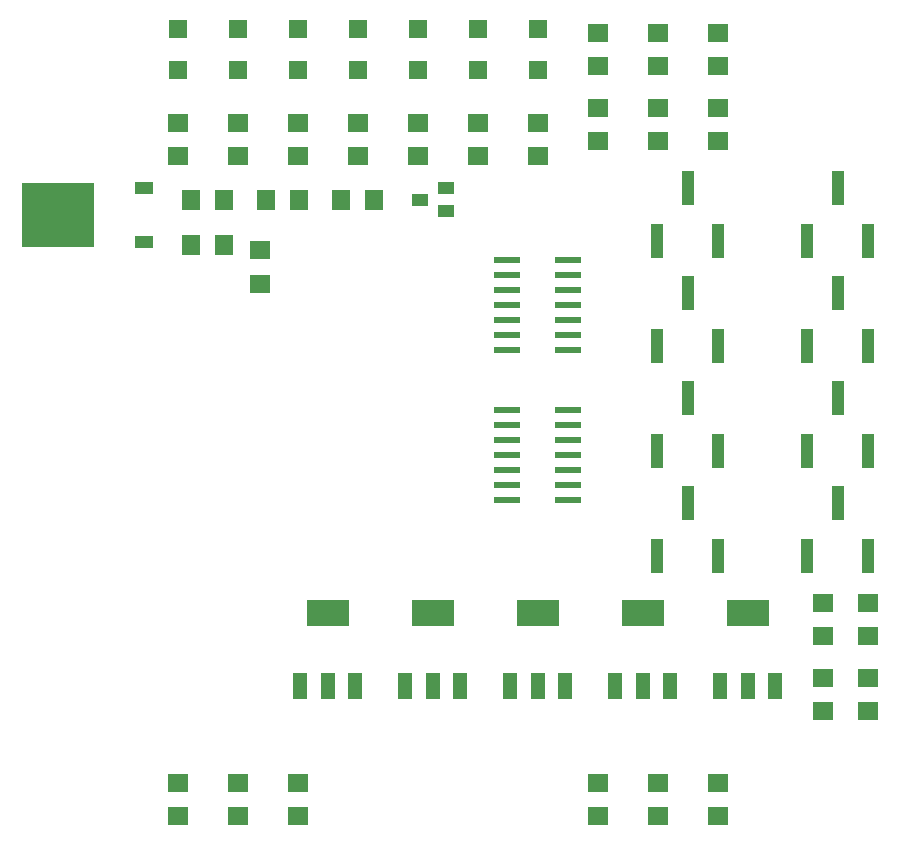
<source format=gtp>
G75*
G70*
%OFA0B0*%
%FSLAX24Y24*%
%IPPOS*%
%LPD*%
%AMOC8*
5,1,8,0,0,1.08239X$1,22.5*
%
%ADD10R,0.0866X0.0236*%
%ADD11R,0.0394X0.1181*%
%ADD12R,0.0710X0.0630*%
%ADD13R,0.0551X0.0394*%
%ADD14R,0.0630X0.0709*%
%ADD15R,0.2441X0.2126*%
%ADD16R,0.0630X0.0394*%
%ADD17R,0.0480X0.0880*%
%ADD18R,0.1417X0.0866*%
%ADD19R,0.0591X0.0591*%
D10*
X017156Y013180D03*
X017156Y013680D03*
X017156Y014180D03*
X017156Y014680D03*
X017156Y015180D03*
X017156Y015680D03*
X017156Y016180D03*
X017156Y018180D03*
X017156Y018680D03*
X017156Y019180D03*
X017156Y019680D03*
X017156Y020180D03*
X017156Y020680D03*
X017156Y021180D03*
X019204Y021180D03*
X019204Y020680D03*
X019204Y020180D03*
X019204Y019680D03*
X019204Y019180D03*
X019204Y018680D03*
X019204Y018180D03*
X019204Y016180D03*
X019204Y015680D03*
X019204Y015180D03*
X019204Y014680D03*
X019204Y014180D03*
X019204Y013680D03*
X019204Y013180D03*
D11*
X022176Y014794D03*
X023180Y013066D03*
X024184Y014794D03*
X023180Y016566D03*
X022176Y018294D03*
X024184Y018294D03*
X023180Y020066D03*
X022176Y021794D03*
X024184Y021794D03*
X023180Y023566D03*
X027176Y021794D03*
X028180Y020066D03*
X029184Y021794D03*
X028180Y023566D03*
X027176Y018294D03*
X028180Y016566D03*
X029184Y018294D03*
X029184Y014794D03*
X028180Y013066D03*
X027176Y014794D03*
X027176Y011294D03*
X029184Y011294D03*
X024184Y011294D03*
X022176Y011294D03*
D12*
X006180Y002620D03*
X006180Y003740D03*
X008180Y003740D03*
X008180Y002620D03*
X010180Y002620D03*
X010180Y003740D03*
X020180Y003740D03*
X020180Y002620D03*
X022180Y002620D03*
X022180Y003740D03*
X024180Y003740D03*
X024180Y002620D03*
X027680Y006120D03*
X027680Y007240D03*
X027680Y008620D03*
X027680Y009740D03*
X029180Y009740D03*
X029180Y008620D03*
X029180Y007240D03*
X029180Y006120D03*
X018180Y024620D03*
X018180Y025740D03*
X016180Y025740D03*
X016180Y024620D03*
X014180Y024620D03*
X014180Y025740D03*
X012180Y025740D03*
X012180Y024620D03*
X010180Y024620D03*
X010180Y025740D03*
X008180Y025740D03*
X008180Y024620D03*
X006180Y024620D03*
X006180Y025740D03*
X008930Y021490D03*
X008930Y020370D03*
X020180Y025120D03*
X020180Y026240D03*
X020180Y027620D03*
X020180Y028740D03*
X022180Y028740D03*
X022180Y027620D03*
X022180Y026240D03*
X022180Y025120D03*
X024180Y025120D03*
X024180Y026240D03*
X024180Y027620D03*
X024180Y028740D03*
D13*
X015113Y023554D03*
X015113Y022806D03*
X014247Y023180D03*
D14*
X012731Y023180D03*
X011629Y023180D03*
X010231Y023180D03*
X009129Y023180D03*
X007731Y023180D03*
X006629Y023180D03*
X006629Y021680D03*
X007731Y021680D03*
D15*
X002196Y022680D03*
D16*
X005070Y021782D03*
X005070Y023578D03*
D17*
X010270Y006960D03*
X011180Y006960D03*
X012090Y006960D03*
X013770Y006960D03*
X014680Y006960D03*
X015590Y006960D03*
X017270Y006960D03*
X018180Y006960D03*
X019090Y006960D03*
X020770Y006960D03*
X021680Y006960D03*
X022590Y006960D03*
X024270Y006960D03*
X025180Y006960D03*
X026090Y006960D03*
D18*
X025180Y009400D03*
X021680Y009400D03*
X018180Y009400D03*
X014680Y009400D03*
X011180Y009400D03*
D19*
X010180Y027491D03*
X010180Y028869D03*
X008180Y028869D03*
X008180Y027491D03*
X006180Y027491D03*
X006180Y028869D03*
X012180Y028869D03*
X012180Y027491D03*
X014180Y027491D03*
X014180Y028869D03*
X016180Y028869D03*
X016180Y027491D03*
X018180Y027491D03*
X018180Y028869D03*
M02*

</source>
